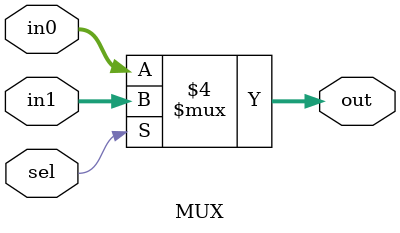
<source format=v>
module MUX #(parameter SIZE=32)(
	input [SIZE-1:0] in0,in1,
	input sel,
	output reg [SIZE-1:0] out 
);

always @(*) begin : proc_MUX
	if(sel==0)
		out=in0;
	else
		out=in1;
end

endmodule
</source>
